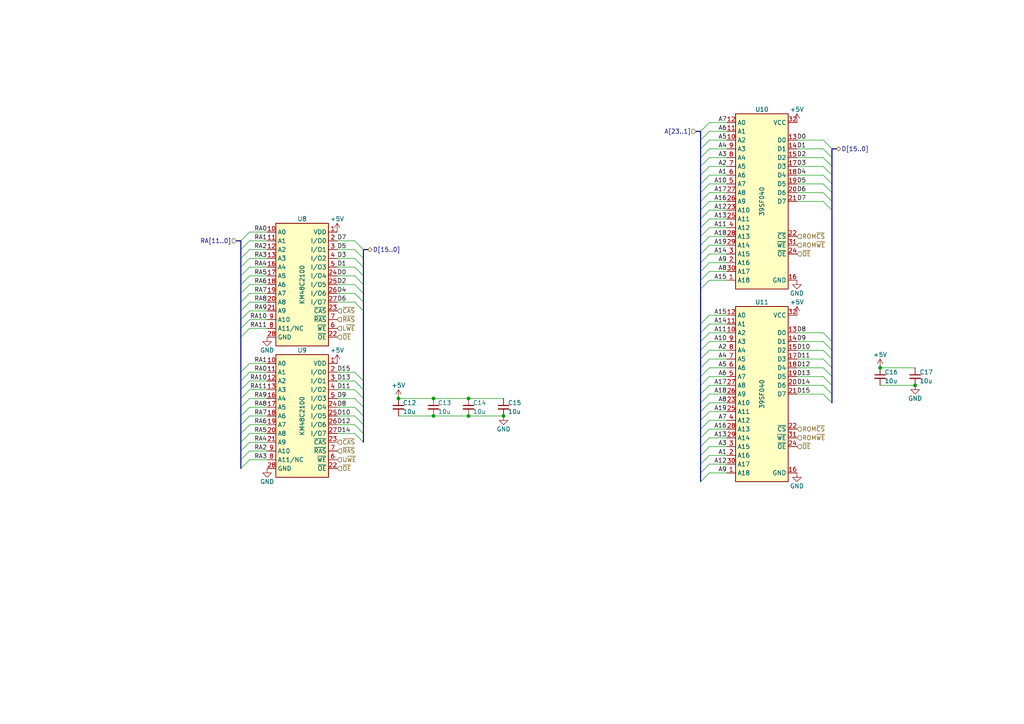
<source format=kicad_sch>
(kicad_sch (version 20211123) (generator eeschema)
  (paper "A4")
  (lib_symbols
    (symbol "Device:C_Small" (pin_numbers hide) (pin_names (offset 0.254) hide)
      (property "Reference" "C" (at 0.254 1.778 0))
      (property "Value" "C_Small" (at 0.254 -2.032 0))
      (symbol "C_Small_0_1"
        (polyline (pts (xy -1.524 -0.508) (xy 1.524 -0.508)) (stroke (width 0.3302)))
        (polyline (pts (xy -1.524 0.508) (xy 1.524 0.508)) (stroke (width 0.3048)))
      )
      (symbol "C_Small_1_1"
        (pin passive line (at 0 2.54 270) (length 2.032) (name "~") (number "1"))
        (pin passive line (at 0 -2.54 90) (length 2.032) (name "~") (number "2"))
      )
    )
    (symbol "GW_RAM:DRAM-2Mx8-SOP-28"
      (property "Reference" "U" (at 0 19.05 0))
      (property "Value" "DRAM-2Mx8-SOP-28" (at 0 0 90))
      (symbol "DRAM-2Mx8-SOP-28_0_1"
        (rectangle (start -7.62 17.78) (end 7.62 -17.78) (stroke (width 0.254)) (fill (type background)))
      )
      (symbol "DRAM-2Mx8-SOP-28_1_1"
        (pin power_in line (at 10.16 15.24 180) (length 2.54) (name "VDD") (number "1"))
        (pin input line (at -10.16 15.24 0) (length 2.54) (name "A0") (number "10"))
        (pin input line (at -10.16 12.7 0) (length 2.54) (name "A1") (number "11"))
        (pin input line (at -10.16 10.16 0) (length 2.54) (name "A2") (number "12"))
        (pin input line (at -10.16 7.62 0) (length 2.54) (name "A3") (number "13"))
        (pin power_in line (at 10.16 15.24 180) (length 2.54) hide (name "VDD") (number "14"))
        (pin power_in line (at -10.16 -15.24 0) (length 2.54) hide (name "GND") (number "15"))
        (pin input line (at -10.16 5.08 0) (length 2.54) (name "A4") (number "16"))
        (pin input line (at -10.16 2.54 0) (length 2.54) (name "A5") (number "17"))
        (pin input line (at -10.16 0 0) (length 2.54) (name "A6") (number "18"))
        (pin input line (at -10.16 -2.54 0) (length 2.54) (name "A7") (number "19"))
        (pin bidirectional line (at 10.16 12.7 180) (length 2.54) (name "I/O0") (number "2"))
        (pin input line (at -10.16 -5.08 0) (length 2.54) (name "A8") (number "20"))
        (pin input line (at -10.16 -7.62 0) (length 2.54) (name "A9") (number "21"))
        (pin input line (at 10.16 -15.24 180) (length 2.54) (name "~{OE}") (number "22"))
        (pin input line (at 10.16 -7.62 180) (length 2.54) (name "~{CAS}") (number "23"))
        (pin bidirectional line (at 10.16 2.54 180) (length 2.54) (name "I/O4") (number "24"))
        (pin bidirectional line (at 10.16 0 180) (length 2.54) (name "I/O5") (number "25"))
        (pin bidirectional line (at 10.16 -2.54 180) (length 2.54) (name "I/O6") (number "26"))
        (pin bidirectional line (at 10.16 -5.08 180) (length 2.54) (name "I/O7") (number "27"))
        (pin power_in line (at -10.16 -15.24 0) (length 2.54) (name "GND") (number "28"))
        (pin bidirectional line (at 10.16 10.16 180) (length 2.54) (name "I/O1") (number "3"))
        (pin bidirectional line (at 10.16 7.62 180) (length 2.54) (name "I/O2") (number "4"))
        (pin bidirectional line (at 10.16 5.08 180) (length 2.54) (name "I/O3") (number "5"))
        (pin input line (at 10.16 -12.7 180) (length 2.54) (name "~{WE}") (number "6"))
        (pin input line (at 10.16 -10.16 180) (length 2.54) (name "~{RAS}") (number "7"))
        (pin input line (at -10.16 -12.7 0) (length 2.54) (name "A11/NC") (number "8"))
        (pin input line (at -10.16 -10.16 0) (length 2.54) (name "A10") (number "9"))
      )
    )
    (symbol "GW_RAM:Flash-512Kx8-PLCC-32"
      (property "Reference" "U" (at 0 26.67 0))
      (property "Value" "Flash-512Kx8-PLCC-32" (at 0 0 90))
      (symbol "Flash-512Kx8-PLCC-32_0_0"
        (pin power_in line (at 10.16 -22.86 180) (length 2.54) (name "GND") (number "16"))
        (pin power_in line (at 10.16 22.86 180) (length 2.54) (name "VCC") (number "32"))
      )
      (symbol "Flash-512Kx8-PLCC-32_0_1"
        (rectangle (start -7.62 25.4) (end 7.62 -25.4) (stroke (width 0.254)) (fill (type background)))
      )
      (symbol "Flash-512Kx8-PLCC-32_1_1"
        (pin input line (at -10.16 -22.86 0) (length 2.54) (name "A18") (number "1"))
        (pin input line (at -10.16 17.78 0) (length 2.54) (name "A2") (number "10"))
        (pin input line (at -10.16 20.32 0) (length 2.54) (name "A1") (number "11"))
        (pin input line (at -10.16 22.86 0) (length 2.54) (name "A0") (number "12"))
        (pin bidirectional line (at 10.16 17.78 180) (length 2.54) (name "D0") (number "13"))
        (pin bidirectional line (at 10.16 15.24 180) (length 2.54) (name "D1") (number "14"))
        (pin bidirectional line (at 10.16 12.7 180) (length 2.54) (name "D2") (number "15"))
        (pin bidirectional line (at 10.16 10.16 180) (length 2.54) (name "D3") (number "17"))
        (pin bidirectional line (at 10.16 7.62 180) (length 2.54) (name "D4") (number "18"))
        (pin bidirectional line (at 10.16 5.08 180) (length 2.54) (name "D5") (number "19"))
        (pin input line (at -10.16 -17.78 0) (length 2.54) (name "A16") (number "2"))
        (pin bidirectional line (at 10.16 2.54 180) (length 2.54) (name "D6") (number "20"))
        (pin bidirectional line (at 10.16 0 180) (length 2.54) (name "D7") (number "21"))
        (pin input line (at 10.16 -10.16 180) (length 2.54) (name "~{CS}") (number "22"))
        (pin input line (at -10.16 -2.54 0) (length 2.54) (name "A10") (number "23"))
        (pin input line (at 10.16 -15.24 180) (length 2.54) (name "~{OE}") (number "24"))
        (pin input line (at -10.16 -5.08 0) (length 2.54) (name "A11") (number "25"))
        (pin input line (at -10.16 0 0) (length 2.54) (name "A9") (number "26"))
        (pin input line (at -10.16 2.54 0) (length 2.54) (name "A8") (number "27"))
        (pin input line (at -10.16 -10.16 0) (length 2.54) (name "A13") (number "28"))
        (pin input line (at -10.16 -12.7 0) (length 2.54) (name "A14") (number "29"))
        (pin input line (at -10.16 -15.24 0) (length 2.54) (name "A15") (number "3"))
        (pin input line (at -10.16 -20.32 0) (length 2.54) (name "A17") (number "30"))
        (pin input line (at 10.16 -12.7 180) (length 2.54) (name "~{WE}") (number "31"))
        (pin input line (at -10.16 -7.62 0) (length 2.54) (name "A12") (number "4"))
        (pin input line (at -10.16 5.08 0) (length 2.54) (name "A7") (number "5"))
        (pin input line (at -10.16 7.62 0) (length 2.54) (name "A6") (number "6"))
        (pin input line (at -10.16 10.16 0) (length 2.54) (name "A5") (number "7"))
        (pin input line (at -10.16 12.7 0) (length 2.54) (name "A4") (number "8"))
        (pin input line (at -10.16 15.24 0) (length 2.54) (name "A3") (number "9"))
      )
    )
    (symbol "power:+5V" (power) (pin_names (offset 0))
      (property "Value" "+5V" (at 0 3.556 0))
      (symbol "+5V_0_1"
        (polyline (pts (xy -0.762 1.27) (xy 0 2.54)))
        (polyline (pts (xy 0 0) (xy 0 2.54)))
        (polyline (pts (xy 0 2.54) (xy 0.762 1.27)))
      )
      (symbol "+5V_1_1"
        (pin power_in line (at 0 0 90) (length 0) hide (name "+5V") (number "1"))
      )
    )
    (symbol "power:GND" (power) (pin_names (offset 0))
      (property "Value" "GND" (at 0 -3.81 0))
      (symbol "GND_0_1"
        (polyline (pts (xy 0 0) (xy 0 -1.27) (xy 1.27 -1.27) (xy 0 -2.54) (xy -1.27 -1.27) (xy 0 -1.27)))
      )
      (symbol "GND_1_1"
        (pin power_in line (at 0 0 270) (length 0) hide (name "GND") (number "1"))
      )
    )
  )
  (junction (at 265.43 111.76))
  (junction (at 115.57 115.57))
  (junction (at 255.27 106.68))
  (junction (at 125.73 115.57))
  (junction (at 146.05 120.65))
  (junction (at 135.89 120.65))
  (junction (at 125.73 120.65))
  (junction (at 135.89 115.57))
  (bus_entry (at 105.41 85.09) (size -2.54 -2.54))
  (bus_entry (at 205.74 114.3) (size -2.54 2.54))
  (bus_entry (at 69.85 118.11) (size 2.54 -2.54))
  (bus_entry (at 105.41 87.63) (size -2.54 -2.54))
  (bus_entry (at 105.41 72.39) (size -2.54 -2.54))
  (bus_entry (at 205.74 78.74) (size -2.54 2.54))
  (bus_entry (at 105.41 123.19) (size -2.54 -2.54))
  (bus_entry (at 205.74 96.52) (size -2.54 2.54))
  (bus_entry (at 238.76 50.8) (size 2.54 2.54))
  (bus_entry (at 205.74 132.08) (size -2.54 2.54))
  (bus_entry (at 69.85 80.01) (size 2.54 -2.54))
  (bus_entry (at 69.85 77.47) (size 2.54 -2.54))
  (bus_entry (at 105.41 74.93) (size -2.54 -2.54))
  (bus_entry (at 105.41 113.03) (size -2.54 -2.54))
  (bus_entry (at 205.74 45.72) (size -2.54 2.54))
  (bus_entry (at 205.74 111.76) (size -2.54 2.54))
  (bus_entry (at 69.85 133.35) (size 2.54 -2.54))
  (bus_entry (at 69.85 123.19) (size 2.54 -2.54))
  (bus_entry (at 238.76 58.42) (size 2.54 2.54))
  (bus_entry (at 205.74 99.06) (size -2.54 2.54))
  (bus_entry (at 105.41 125.73) (size -2.54 -2.54))
  (bus_entry (at 238.76 111.76) (size 2.54 2.54))
  (bus_entry (at 69.85 128.27) (size 2.54 -2.54))
  (bus_entry (at 69.85 125.73) (size 2.54 -2.54))
  (bus_entry (at 69.85 97.79) (size 2.54 -2.54))
  (bus_entry (at 205.74 91.44) (size -2.54 2.54))
  (bus_entry (at 238.76 96.52) (size 2.54 2.54))
  (bus_entry (at 105.41 128.27) (size -2.54 -2.54))
  (bus_entry (at 238.76 55.88) (size 2.54 2.54))
  (bus_entry (at 105.41 115.57) (size -2.54 -2.54))
  (bus_entry (at 105.41 120.65) (size -2.54 -2.54))
  (bus_entry (at 105.41 90.17) (size -2.54 -2.54))
  (bus_entry (at 105.41 118.11) (size -2.54 -2.54))
  (bus_entry (at 205.74 137.16) (size -2.54 2.54))
  (bus_entry (at 105.41 80.01) (size -2.54 -2.54))
  (bus_entry (at 205.74 129.54) (size -2.54 2.54))
  (bus_entry (at 205.74 73.66) (size -2.54 2.54))
  (bus_entry (at 69.85 92.71) (size 2.54 -2.54))
  (bus_entry (at 205.74 119.38) (size -2.54 2.54))
  (bus_entry (at 238.76 45.72) (size 2.54 2.54))
  (bus_entry (at 205.74 81.28) (size -2.54 2.54))
  (bus_entry (at 205.74 55.88) (size -2.54 2.54))
  (bus_entry (at 205.74 71.12) (size -2.54 2.54))
  (bus_entry (at 69.85 110.49) (size 2.54 -2.54))
  (bus_entry (at 69.85 107.95) (size 2.54 -2.54))
  (bus_entry (at 69.85 74.93) (size 2.54 -2.54))
  (bus_entry (at 205.74 58.42) (size -2.54 2.54))
  (bus_entry (at 205.74 76.2) (size -2.54 2.54))
  (bus_entry (at 69.85 85.09) (size 2.54 -2.54))
  (bus_entry (at 205.74 68.58) (size -2.54 2.54))
  (bus_entry (at 69.85 90.17) (size 2.54 -2.54))
  (bus_entry (at 205.74 121.92) (size -2.54 2.54))
  (bus_entry (at 238.76 43.18) (size 2.54 2.54))
  (bus_entry (at 205.74 106.68) (size -2.54 2.54))
  (bus_entry (at 69.85 87.63) (size 2.54 -2.54))
  (bus_entry (at 105.41 110.49) (size -2.54 -2.54))
  (bus_entry (at 69.85 69.85) (size 2.54 -2.54))
  (bus_entry (at 205.74 109.22) (size -2.54 2.54))
  (bus_entry (at 105.41 82.55) (size -2.54 -2.54))
  (bus_entry (at 238.76 40.64) (size 2.54 2.54))
  (bus_entry (at 69.85 82.55) (size 2.54 -2.54))
  (bus_entry (at 205.74 66.04) (size -2.54 2.54))
  (bus_entry (at 238.76 53.34) (size 2.54 2.54))
  (bus_entry (at 205.74 124.46) (size -2.54 2.54))
  (bus_entry (at 205.74 50.8) (size -2.54 2.54))
  (bus_entry (at 238.76 48.26) (size 2.54 2.54))
  (bus_entry (at 205.74 53.34) (size -2.54 2.54))
  (bus_entry (at 205.74 93.98) (size -2.54 2.54))
  (bus_entry (at 205.74 127) (size -2.54 2.54))
  (bus_entry (at 205.74 38.1) (size -2.54 2.54))
  (bus_entry (at 238.76 104.14) (size 2.54 2.54))
  (bus_entry (at 205.74 35.56) (size -2.54 2.54))
  (bus_entry (at 105.41 77.47) (size -2.54 -2.54))
  (bus_entry (at 238.76 101.6) (size 2.54 2.54))
  (bus_entry (at 205.74 134.62) (size -2.54 2.54))
  (bus_entry (at 205.74 60.96) (size -2.54 2.54))
  (bus_entry (at 205.74 63.5) (size -2.54 2.54))
  (bus_entry (at 205.74 40.64) (size -2.54 2.54))
  (bus_entry (at 238.76 99.06) (size 2.54 2.54))
  (bus_entry (at 69.85 120.65) (size 2.54 -2.54))
  (bus_entry (at 69.85 115.57) (size 2.54 -2.54))
  (bus_entry (at 69.85 113.03) (size 2.54 -2.54))
  (bus_entry (at 205.74 104.14) (size -2.54 2.54))
  (bus_entry (at 238.76 106.68) (size 2.54 2.54))
  (bus_entry (at 238.76 109.22) (size 2.54 2.54))
  (bus_entry (at 69.85 72.39) (size 2.54 -2.54))
  (bus_entry (at 205.74 116.84) (size -2.54 2.54))
  (bus_entry (at 69.85 95.25) (size 2.54 -2.54))
  (bus_entry (at 205.74 43.18) (size -2.54 2.54))
  (bus_entry (at 238.76 114.3) (size 2.54 2.54))
  (bus_entry (at 205.74 101.6) (size -2.54 2.54))
  (bus_entry (at 69.85 135.89) (size 2.54 -2.54))
  (bus_entry (at 69.85 130.81) (size 2.54 -2.54))
  (bus_entry (at 205.74 48.26) (size -2.54 2.54))
  (bus (pts (xy 241.3 58.42) (xy 241.3 60.96)))
  (bus (pts (xy 69.85 69.85) (xy 69.85 72.39)))
  (bus (pts (xy 105.41 123.19) (xy 105.41 125.73)))
  (wire (pts (xy 77.47 82.55) (xy 72.39 82.55)))
  (bus (pts (xy 69.85 128.27) (xy 69.85 130.81)))
  (bus (pts (xy 203.2 114.3) (xy 203.2 116.84)))
  (bus (pts (xy 69.85 74.93) (xy 69.85 77.47)))
  (wire (pts (xy 210.82 91.44) (xy 205.74 91.44)))
  (wire (pts (xy 77.47 85.09) (xy 72.39 85.09)))
  (wire (pts (xy 210.82 38.1) (xy 205.74 38.1)))
  (wire (pts (xy 77.47 118.11) (xy 72.39 118.11)))
  (wire (pts (xy 115.57 120.65) (xy 125.73 120.65)))
  (wire (pts (xy 210.82 50.8) (xy 205.74 50.8)))
  (wire (pts (xy 231.14 96.52) (xy 238.76 96.52)))
  (wire (pts (xy 210.82 134.62) (xy 205.74 134.62)))
  (bus (pts (xy 69.85 133.35) (xy 69.85 135.89)))
  (wire (pts (xy 125.73 115.57) (xy 135.89 115.57)))
  (wire (pts (xy 231.14 104.14) (xy 238.76 104.14)))
  (wire (pts (xy 77.47 105.41) (xy 72.39 105.41)))
  (wire (pts (xy 77.47 113.03) (xy 72.39 113.03)))
  (wire (pts (xy 135.89 115.57) (xy 146.05 115.57)))
  (wire (pts (xy 210.82 99.06) (xy 205.74 99.06)))
  (wire (pts (xy 210.82 35.56) (xy 205.74 35.56)))
  (bus (pts (xy 203.2 43.18) (xy 203.2 45.72)))
  (bus (pts (xy 203.2 124.46) (xy 203.2 127)))
  (wire (pts (xy 210.82 55.88) (xy 205.74 55.88)))
  (wire (pts (xy 231.14 48.26) (xy 238.76 48.26)))
  (bus (pts (xy 241.3 101.6) (xy 241.3 104.14)))
  (bus (pts (xy 241.3 55.88) (xy 241.3 58.42)))
  (bus (pts (xy 241.3 48.26) (xy 241.3 50.8)))
  (bus (pts (xy 241.3 50.8) (xy 241.3 53.34)))
  (bus (pts (xy 105.41 74.93) (xy 105.41 77.47)))
  (wire (pts (xy 77.47 92.71) (xy 72.39 92.71)))
  (wire (pts (xy 231.14 111.76) (xy 238.76 111.76)))
  (bus (pts (xy 203.2 134.62) (xy 203.2 137.16)))
  (bus (pts (xy 69.85 118.11) (xy 69.85 120.65)))
  (bus (pts (xy 203.2 38.1) (xy 203.2 40.64)))
  (bus (pts (xy 69.85 95.25) (xy 69.85 97.79)))
  (bus (pts (xy 203.2 111.76) (xy 203.2 114.3)))
  (wire (pts (xy 210.82 96.52) (xy 205.74 96.52)))
  (bus (pts (xy 69.85 123.19) (xy 69.85 125.73)))
  (bus (pts (xy 69.85 130.81) (xy 69.85 133.35)))
  (wire (pts (xy 77.47 90.17) (xy 72.39 90.17)))
  (bus (pts (xy 242.57 43.18) (xy 241.3 43.18)))
  (wire (pts (xy 210.82 119.38) (xy 205.74 119.38)))
  (bus (pts (xy 203.2 129.54) (xy 203.2 132.08)))
  (wire (pts (xy 102.87 72.39) (xy 97.79 72.39)))
  (wire (pts (xy 115.57 115.57) (xy 125.73 115.57)))
  (bus (pts (xy 203.2 50.8) (xy 203.2 53.34)))
  (wire (pts (xy 210.82 114.3) (xy 205.74 114.3)))
  (wire (pts (xy 210.82 76.2) (xy 205.74 76.2)))
  (bus (pts (xy 105.41 120.65) (xy 105.41 123.19)))
  (wire (pts (xy 231.14 53.34) (xy 238.76 53.34)))
  (wire (pts (xy 210.82 53.34) (xy 205.74 53.34)))
  (wire (pts (xy 77.47 72.39) (xy 72.39 72.39)))
  (bus (pts (xy 105.41 113.03) (xy 105.41 115.57)))
  (bus (pts (xy 241.3 114.3) (xy 241.3 116.84)))
  (wire (pts (xy 102.87 110.49) (xy 97.79 110.49)))
  (bus (pts (xy 105.41 90.17) (xy 105.41 110.49)))
  (wire (pts (xy 77.47 67.31) (xy 72.39 67.31)))
  (bus (pts (xy 69.85 82.55) (xy 69.85 85.09)))
  (bus (pts (xy 105.41 85.09) (xy 105.41 87.63)))
  (wire (pts (xy 97.79 118.11) (xy 102.87 118.11)))
  (bus (pts (xy 203.2 66.04) (xy 203.2 68.58)))
  (bus (pts (xy 203.2 109.22) (xy 203.2 111.76)))
  (bus (pts (xy 106.68 72.39) (xy 105.41 72.39)))
  (bus (pts (xy 69.85 92.71) (xy 69.85 95.25)))
  (bus (pts (xy 203.2 40.64) (xy 203.2 43.18)))
  (bus (pts (xy 69.85 97.79) (xy 69.85 107.95)))
  (wire (pts (xy 125.73 120.65) (xy 135.89 120.65)))
  (wire (pts (xy 77.47 107.95) (xy 72.39 107.95)))
  (wire (pts (xy 210.82 137.16) (xy 205.74 137.16)))
  (wire (pts (xy 210.82 109.22) (xy 205.74 109.22)))
  (bus (pts (xy 203.2 63.5) (xy 203.2 66.04)))
  (bus (pts (xy 69.85 90.17) (xy 69.85 92.71)))
  (wire (pts (xy 210.82 66.04) (xy 205.74 66.04)))
  (bus (pts (xy 203.2 53.34) (xy 203.2 55.88)))
  (wire (pts (xy 210.82 106.68) (xy 205.74 106.68)))
  (bus (pts (xy 105.41 110.49) (xy 105.41 113.03)))
  (bus (pts (xy 241.3 104.14) (xy 241.3 106.68)))
  (wire (pts (xy 77.47 133.35) (xy 72.39 133.35)))
  (wire (pts (xy 210.82 58.42) (xy 205.74 58.42)))
  (wire (pts (xy 77.47 77.47) (xy 72.39 77.47)))
  (bus (pts (xy 241.3 60.96) (xy 241.3 99.06)))
  (wire (pts (xy 231.14 55.88) (xy 238.76 55.88)))
  (bus (pts (xy 201.93 38.1) (xy 203.2 38.1)))
  (wire (pts (xy 210.82 111.76) (xy 205.74 111.76)))
  (wire (pts (xy 210.82 45.72) (xy 205.74 45.72)))
  (wire (pts (xy 77.47 120.65) (xy 72.39 120.65)))
  (bus (pts (xy 203.2 45.72) (xy 203.2 48.26)))
  (bus (pts (xy 203.2 104.14) (xy 203.2 106.68)))
  (bus (pts (xy 203.2 101.6) (xy 203.2 104.14)))
  (wire (pts (xy 97.79 85.09) (xy 102.87 85.09)))
  (bus (pts (xy 69.85 72.39) (xy 69.85 74.93)))
  (bus (pts (xy 69.85 120.65) (xy 69.85 123.19)))
  (wire (pts (xy 210.82 43.18) (xy 205.74 43.18)))
  (bus (pts (xy 203.2 137.16) (xy 203.2 139.7)))
  (wire (pts (xy 210.82 68.58) (xy 205.74 68.58)))
  (wire (pts (xy 77.47 87.63) (xy 72.39 87.63)))
  (wire (pts (xy 210.82 40.64) (xy 205.74 40.64)))
  (bus (pts (xy 203.2 121.92) (xy 203.2 124.46)))
  (wire (pts (xy 231.14 50.8) (xy 238.76 50.8)))
  (wire (pts (xy 102.87 69.85) (xy 97.79 69.85)))
  (bus (pts (xy 105.41 125.73) (xy 105.41 128.27)))
  (wire (pts (xy 231.14 106.68) (xy 238.76 106.68)))
  (wire (pts (xy 210.82 129.54) (xy 205.74 129.54)))
  (wire (pts (xy 210.82 60.96) (xy 205.74 60.96)))
  (wire (pts (xy 210.82 73.66) (xy 205.74 73.66)))
  (wire (pts (xy 102.87 113.03) (xy 97.79 113.03)))
  (bus (pts (xy 203.2 73.66) (xy 203.2 76.2)))
  (bus (pts (xy 203.2 71.12) (xy 203.2 73.66)))
  (bus (pts (xy 105.41 77.47) (xy 105.41 80.01)))
  (bus (pts (xy 203.2 81.28) (xy 203.2 83.82)))
  (bus (pts (xy 203.2 83.82) (xy 203.2 93.98)))
  (wire (pts (xy 210.82 93.98) (xy 205.74 93.98)))
  (bus (pts (xy 69.85 77.47) (xy 69.85 80.01)))
  (wire (pts (xy 77.47 95.25) (xy 72.39 95.25)))
  (wire (pts (xy 210.82 116.84) (xy 205.74 116.84)))
  (bus (pts (xy 241.3 106.68) (xy 241.3 109.22)))
  (wire (pts (xy 97.79 87.63) (xy 102.87 87.63)))
  (bus (pts (xy 241.3 43.18) (xy 241.3 45.72)))
  (wire (pts (xy 255.27 106.68) (xy 265.43 106.68)))
  (bus (pts (xy 241.3 45.72) (xy 241.3 48.26)))
  (bus (pts (xy 241.3 99.06) (xy 241.3 101.6)))
  (wire (pts (xy 210.82 81.28) (xy 205.74 81.28)))
  (bus (pts (xy 203.2 48.26) (xy 203.2 50.8)))
  (wire (pts (xy 210.82 101.6) (xy 205.74 101.6)))
  (wire (pts (xy 231.14 114.3) (xy 238.76 114.3)))
  (bus (pts (xy 203.2 132.08) (xy 203.2 134.62)))
  (wire (pts (xy 77.47 123.19) (xy 72.39 123.19)))
  (wire (pts (xy 97.79 120.65) (xy 102.87 120.65)))
  (bus (pts (xy 69.85 87.63) (xy 69.85 90.17)))
  (bus (pts (xy 203.2 127) (xy 203.2 129.54)))
  (wire (pts (xy 77.47 74.93) (xy 72.39 74.93)))
  (wire (pts (xy 135.89 120.65) (xy 146.05 120.65)))
  (wire (pts (xy 77.47 69.85) (xy 72.39 69.85)))
  (wire (pts (xy 97.79 123.19) (xy 102.87 123.19)))
  (wire (pts (xy 102.87 77.47) (xy 97.79 77.47)))
  (bus (pts (xy 69.85 125.73) (xy 69.85 128.27)))
  (bus (pts (xy 203.2 119.38) (xy 203.2 121.92)))
  (wire (pts (xy 77.47 125.73) (xy 72.39 125.73)))
  (wire (pts (xy 231.14 101.6) (xy 238.76 101.6)))
  (bus (pts (xy 203.2 76.2) (xy 203.2 78.74)))
  (bus (pts (xy 241.3 109.22) (xy 241.3 111.76)))
  (bus (pts (xy 105.41 115.57) (xy 105.41 118.11)))
  (bus (pts (xy 241.3 53.34) (xy 241.3 55.88)))
  (bus (pts (xy 203.2 55.88) (xy 203.2 58.42)))
  (wire (pts (xy 231.14 99.06) (xy 238.76 99.06)))
  (wire (pts (xy 77.47 128.27) (xy 72.39 128.27)))
  (bus (pts (xy 203.2 68.58) (xy 203.2 71.12)))
  (wire (pts (xy 255.27 111.76) (xy 265.43 111.76)))
  (bus (pts (xy 203.2 78.74) (xy 203.2 81.28)))
  (wire (pts (xy 231.14 109.22) (xy 238.76 109.22)))
  (wire (pts (xy 97.79 80.01) (xy 102.87 80.01)))
  (bus (pts (xy 203.2 96.52) (xy 203.2 99.06)))
  (bus (pts (xy 69.85 80.01) (xy 69.85 82.55)))
  (wire (pts (xy 97.79 82.55) (xy 102.87 82.55)))
  (wire (pts (xy 231.14 45.72) (xy 238.76 45.72)))
  (wire (pts (xy 210.82 132.08) (xy 205.74 132.08)))
  (bus (pts (xy 203.2 99.06) (xy 203.2 101.6)))
  (wire (pts (xy 97.79 107.95) (xy 102.87 107.95)))
  (bus (pts (xy 105.41 82.55) (xy 105.41 85.09)))
  (bus (pts (xy 105.41 87.63) (xy 105.41 90.17)))
  (wire (pts (xy 102.87 115.57) (xy 97.79 115.57)))
  (wire (pts (xy 231.14 40.64) (xy 238.76 40.64)))
  (bus (pts (xy 203.2 106.68) (xy 203.2 109.22)))
  (wire (pts (xy 77.47 110.49) (xy 72.39 110.49)))
  (bus (pts (xy 105.41 72.39) (xy 105.41 74.93)))
  (wire (pts (xy 210.82 104.14) (xy 205.74 104.14)))
  (wire (pts (xy 102.87 74.93) (xy 97.79 74.93)))
  (wire (pts (xy 210.82 127) (xy 205.74 127)))
  (bus (pts (xy 69.85 113.03) (xy 69.85 115.57)))
  (wire (pts (xy 77.47 115.57) (xy 72.39 115.57)))
  (wire (pts (xy 231.14 58.42) (xy 238.76 58.42)))
  (bus (pts (xy 203.2 58.42) (xy 203.2 60.96)))
  (wire (pts (xy 77.47 130.81) (xy 72.39 130.81)))
  (wire (pts (xy 210.82 48.26) (xy 205.74 48.26)))
  (bus (pts (xy 105.41 80.01) (xy 105.41 82.55)))
  (bus (pts (xy 69.85 85.09) (xy 69.85 87.63)))
  (wire (pts (xy 97.79 125.73) (xy 102.87 125.73)))
  (bus (pts (xy 203.2 116.84) (xy 203.2 119.38)))
  (wire (pts (xy 210.82 71.12) (xy 205.74 71.12)))
  (bus (pts (xy 69.85 69.85) (xy 68.58 69.85)))
  (wire (pts (xy 210.82 63.5) (xy 205.74 63.5)))
  (bus (pts (xy 69.85 115.57) (xy 69.85 118.11)))
  (wire (pts (xy 210.82 124.46) (xy 205.74 124.46)))
  (bus (pts (xy 203.2 60.96) (xy 203.2 63.5)))
  (wire (pts (xy 231.14 43.18) (xy 238.76 43.18)))
  (bus (pts (xy 241.3 111.76) (xy 241.3 114.3)))
  (bus (pts (xy 203.2 93.98) (xy 203.2 96.52)))
  (wire (pts (xy 77.47 80.01) (xy 72.39 80.01)))
  (bus (pts (xy 69.85 107.95) (xy 69.85 110.49)))
  (bus (pts (xy 69.85 110.49) (xy 69.85 113.03)))
  (bus (pts (xy 105.41 118.11) (xy 105.41 120.65)))
  (wire (pts (xy 210.82 121.92) (xy 205.74 121.92)))
  (wire (pts (xy 210.82 78.74) (xy 205.74 78.74)))
  (label "A6" (at 210.82 38.1 180))
  (label "D12" (at 231.14 106.68 0))
  (label "RA11" (at 77.47 95.25 180))
  (label "A7" (at 210.82 35.56 180))
  (label "A1" (at 210.82 132.08 180))
  (label "A2" (at 210.82 48.26 180))
  (label "RA2" (at 77.47 72.39 180))
  (label "A17" (at 210.82 111.76 180))
  (label "A13" (at 210.82 127 180))
  (label "D10" (at 231.14 101.6 0))
  (label "D5" (at 97.79 72.39 0))
  (label "RA5" (at 77.47 125.73 180))
  (label "A8" (at 210.82 78.74 180))
  (label "A19" (at 210.82 119.38 180))
  (label "D14" (at 231.14 111.76 0))
  (label "A4" (at 210.82 43.18 180))
  (label "A10" (at 210.82 53.34 180))
  (label "RA2" (at 77.47 130.81 180))
  (label "A14" (at 210.82 93.98 180))
  (label "D12" (at 97.79 123.19 0))
  (label "RA8" (at 77.47 118.11 180))
  (label "A18" (at 210.82 114.3 180))
  (label "D11" (at 231.14 104.14 0))
  (label "RA8" (at 77.47 87.63 180))
  (label "RA0" (at 77.47 107.95 180))
  (label "A5" (at 210.82 106.68 180))
  (label "D4" (at 97.79 85.09 0))
  (label "A18" (at 210.82 68.58 180))
  (label "D6" (at 97.79 87.63 0))
  (label "A13" (at 210.82 63.5 180))
  (label "A11" (at 210.82 66.04 180))
  (label "A16" (at 210.82 124.46 180))
  (label "D3" (at 97.79 74.93 0))
  (label "D2" (at 97.79 82.55 0))
  (label "A8" (at 210.82 116.84 180))
  (label "D1" (at 231.14 43.18 0))
  (label "RA9" (at 77.47 115.57 180))
  (label "RA7" (at 77.47 120.65 180))
  (label "RA10" (at 77.47 92.71 180))
  (label "A4" (at 210.82 104.14 180))
  (label "A5" (at 210.82 40.64 180))
  (label "RA4" (at 77.47 128.27 180))
  (label "D9" (at 97.79 115.57 0))
  (label "D7" (at 97.79 69.85 0))
  (label "RA6" (at 77.47 82.55 180))
  (label "D8" (at 231.14 96.52 0))
  (label "A7" (at 210.82 121.92 180))
  (label "RA5" (at 77.47 80.01 180))
  (label "RA6" (at 77.47 123.19 180))
  (label "D14" (at 97.79 125.73 0))
  (label "D3" (at 231.14 48.26 0))
  (label "A16" (at 210.82 58.42 180))
  (label "D6" (at 231.14 55.88 0))
  (label "A9" (at 210.82 76.2 180))
  (label "A2" (at 210.82 101.6 180))
  (label "RA1" (at 77.47 105.41 180))
  (label "D13" (at 231.14 109.22 0))
  (label "A15" (at 210.82 91.44 180))
  (label "D1" (at 97.79 77.47 0))
  (label "RA1" (at 77.47 69.85 180))
  (label "D15" (at 231.14 114.3 0))
  (label "D2" (at 231.14 45.72 0))
  (label "A6" (at 210.82 109.22 180))
  (label "A14" (at 210.82 73.66 180))
  (label "D4" (at 231.14 50.8 0))
  (label "A19" (at 210.82 71.12 180))
  (label "A11" (at 210.82 96.52 180))
  (label "RA9" (at 77.47 90.17 180))
  (label "A9" (at 210.82 137.16 180))
  (label "A15" (at 210.82 81.28 180))
  (label "RA0" (at 77.47 67.31 180))
  (label "A12" (at 210.82 60.96 180))
  (label "RA4" (at 77.47 77.47 180))
  (label "D15" (at 97.79 107.95 0))
  (label "RA7" (at 77.47 85.09 180))
  (label "D11" (at 97.79 113.03 0))
  (label "D9" (at 231.14 99.06 0))
  (label "A17" (at 210.82 55.88 180))
  (label "D0" (at 97.79 80.01 0))
  (label "D13" (at 97.79 110.49 0))
  (label "D5" (at 231.14 53.34 0))
  (label "RA3" (at 77.47 74.93 180))
  (label "A1" (at 210.82 50.8 180))
  (label "A3" (at 210.82 129.54 180))
  (label "RA10" (at 77.47 110.49 180))
  (label "D8" (at 97.79 118.11 0))
  (label "RA11" (at 77.47 113.03 180))
  (label "A10" (at 210.82 99.06 180))
  (label "D7" (at 231.14 58.42 0))
  (label "A3" (at 210.82 45.72 180))
  (label "D10" (at 97.79 120.65 0))
  (label "A12" (at 210.82 134.62 180))
  (label "D0" (at 231.14 40.64 0))
  (label "RA3" (at 77.47 133.35 180))
  (hierarchical_label "~{OE}" (shape input) (at 231.14 129.54 0))
  (hierarchical_label "D[15..0]" (shape bidirectional) (at 106.68 72.39 0))
  (hierarchical_label "~{OE}" (shape input) (at 97.79 135.89 0))
  (hierarchical_label "ROM~{CS}" (shape input) (at 231.14 124.46 0))
  (hierarchical_label "U~{WE}" (shape input) (at 97.79 133.35 0))
  (hierarchical_label "~{OE}" (shape input) (at 231.14 73.66 0))
  (hierarchical_label "L~{WE}" (shape input) (at 97.79 95.25 0))
  (hierarchical_label "ROM~{WE}" (shape input) (at 231.14 127 0))
  (hierarchical_label "D[15..0]" (shape bidirectional) (at 242.57 43.18 0))
  (hierarchical_label "~{CAS}" (shape input) (at 97.79 90.17 0))
  (hierarchical_label "~{RAS}" (shape input) (at 97.79 92.71 0))
  (hierarchical_label "~{OE}" (shape input) (at 97.79 97.79 0))
  (hierarchical_label "ROM~{WE}" (shape input) (at 231.14 71.12 0))
  (hierarchical_label "ROM~{CS}" (shape input) (at 231.14 68.58 0))
  (hierarchical_label "RA[11..0]" (shape input) (at 68.58 69.85 180))
  (hierarchical_label "~{RAS}" (shape input) (at 97.79 130.81 0))
  (hierarchical_label "A[23..1]" (shape input) (at 201.93 38.1 180))
  (hierarchical_label "~{CAS}" (shape input) (at 97.79 128.27 0))
  (symbol (lib_id "GW_RAM:DRAM-2Mx8-SOP-28") (at 87.63 82.55 0) (unit 1)
    (property "Reference" "U8" (at 87.63 63.5 0))
    (property "Value" "KM48C2100" (at 87.63 82.55 90))
    (property "Footprint" "stdpads:SOJ-28_300mil" (effects hide))
  )
  (symbol (lib_id "power:GND") (at 77.47 97.79 0) (unit 1)
    (property "Reference" "#PWR0133" (effects hide))
    (property "Value" "GND" (at 77.47 101.6 0))
  )
  (symbol (lib_id "GW_RAM:DRAM-2Mx8-SOP-28") (at 87.63 120.65 0) (unit 1)
    (property "Reference" "U9" (at 87.63 101.6 0))
    (property "Value" "KM48C2100" (at 87.63 120.65 90))
    (property "Footprint" "stdpads:SOJ-28_300mil" (effects hide))
  )
  (symbol (lib_id "power:GND") (at 77.47 135.89 0) (unit 1)
    (property "Reference" "#PWR0134" (effects hide))
    (property "Value" "GND" (at 77.47 139.7 0))
  )
  (symbol (lib_id "power:+5V") (at 115.57 115.57 0) (unit 1)
    (property "Reference" "#PWR0138" (effects hide))
    (property "Value" "+5V" (at 115.57 111.76 0))
  )
  (symbol (lib_id "Device:C_Small") (at 125.73 118.11 0) (unit 1)
    (property "Reference" "C13" (at 127 116.84 0) (effects (justify left)))
    (property "Value" "10u" (at 127 119.38 0) (effects (justify left)))
    (property "Footprint" "stdpads:C_0805" (effects hide))
    (property "LCSC Part" "C15850" (effects hide))
  )
  (symbol (lib_id "Device:C_Small") (at 115.57 118.11 0) (unit 1)
    (property "Reference" "C12" (at 116.84 116.84 0) (effects (justify left)))
    (property "Value" "10u" (at 116.84 119.38 0) (effects (justify left)))
    (property "Footprint" "stdpads:C_0805" (effects hide))
    (property "LCSC Part" "C15850" (effects hide))
  )
  (symbol (lib_id "Device:C_Small") (at 135.89 118.11 0) (unit 1)
    (property "Reference" "C14" (at 137.16 116.84 0) (effects (justify left)))
    (property "Value" "10u" (at 137.16 119.38 0) (effects (justify left)))
    (property "Footprint" "stdpads:C_0805" (effects hide))
    (property "LCSC Part" "C15850" (effects hide))
  )
  (symbol (lib_id "Device:C_Small") (at 146.05 118.11 0) (unit 1)
    (property "Reference" "C15" (at 147.32 116.84 0) (effects (justify left)))
    (property "Value" "10u" (at 147.32 119.38 0) (effects (justify left)))
    (property "Footprint" "stdpads:C_0805" (effects hide))
    (property "LCSC Part" "C15850" (effects hide))
  )
  (symbol (lib_id "power:GND") (at 146.05 120.65 0) (unit 1)
    (property "Reference" "#PWR0135" (effects hide))
    (property "Value" "GND" (at 146.05 124.46 0))
  )
  (symbol (lib_id "GW_RAM:Flash-512Kx8-PLCC-32") (at 220.98 58.42 0) (unit 1)
    (property "Reference" "U10" (at 220.98 31.75 0))
    (property "Value" "39SF040" (at 220.98 58.42 90))
    (property "Footprint" "stdpads:PLCC-32" (effects hide))
    (property "Datasheet" "http://ww1.microchip.com/downloads/en/DeviceDoc/20005022C.pdf" (effects hide))
    (property "LCSC Part" "C72257" (effects hide))
  )
  (symbol (lib_id "power:GND") (at 231.14 81.28 0) (unit 1)
    (property "Reference" "#PWR0141" (effects hide))
    (property "Value" "GND" (at 231.14 85.09 0))
  )
  (symbol (lib_id "power:GND") (at 231.14 137.16 0) (unit 1)
    (property "Reference" "#PWR0142" (effects hide))
    (property "Value" "GND" (at 231.14 140.97 0))
  )
  (symbol (lib_id "GW_RAM:Flash-512Kx8-PLCC-32") (at 220.98 114.3 0) (unit 1)
    (property "Reference" "U11" (at 220.98 87.63 0))
    (property "Value" "39SF040" (at 220.98 114.3 90))
    (property "Footprint" "stdpads:PLCC-32" (effects hide))
    (property "Datasheet" "http://ww1.microchip.com/downloads/en/DeviceDoc/20005022C.pdf" (effects hide))
    (property "LCSC Part" "C72257" (effects hide))
  )
  (symbol (lib_id "power:+5V") (at 255.27 106.68 0) (unit 1)
    (property "Reference" "#PWR0145" (effects hide))
    (property "Value" "+5V" (at 255.27 102.87 0))
  )
  (symbol (lib_id "Device:C_Small") (at 265.43 109.22 0) (unit 1)
    (property "Reference" "C17" (at 266.7 107.95 0) (effects (justify left)))
    (property "Value" "10u" (at 266.7 110.49 0) (effects (justify left)))
    (property "Footprint" "stdpads:C_0805" (effects hide))
    (property "LCSC Part" "C15850" (effects hide))
  )
  (symbol (lib_id "Device:C_Small") (at 255.27 109.22 0) (unit 1)
    (property "Reference" "C16" (at 256.54 107.95 0) (effects (justify left)))
    (property "Value" "10u" (at 256.54 110.49 0) (effects (justify left)))
    (property "Footprint" "stdpads:C_0805" (effects hide))
    (property "LCSC Part" "C15850" (effects hide))
  )
  (symbol (lib_id "power:GND") (at 265.43 111.76 0) (unit 1)
    (property "Reference" "#PWR0200" (effects hide))
    (property "Value" "GND" (at 265.43 115.57 0))
  )
  (symbol (lib_id "power:+5V") (at 97.79 67.31 0) (unit 1)
    (property "Reference" "#PWR0105" (effects hide))
    (property "Value" "+5V" (at 97.79 63.5 0))
  )
  (symbol (lib_id "power:+5V") (at 97.79 105.41 0) (unit 1)
    (property "Reference" "#PWR0119" (effects hide))
    (property "Value" "+5V" (at 97.79 101.6 0))
  )
  (symbol (lib_id "power:+5V") (at 231.14 35.56 0) (unit 1)
    (property "Reference" "#PWR0120" (effects hide))
    (property "Value" "+5V" (at 231.14 31.75 0))
  )
  (symbol (lib_id "power:+5V") (at 231.14 91.44 0) (unit 1)
    (property "Reference" "#PWR0121" (effects hide))
    (property "Value" "+5V" (at 231.14 87.63 0))
  )
)
</source>
